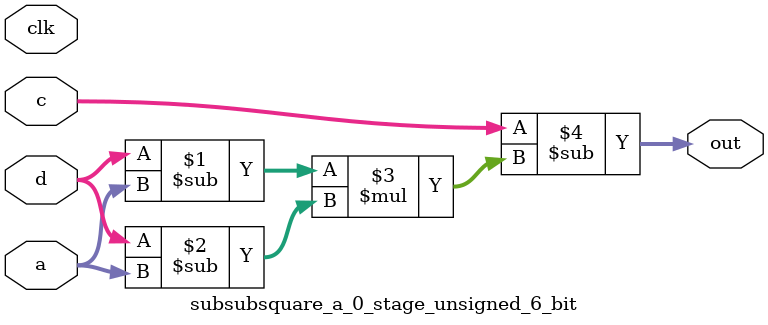
<source format=sv>
(* use_dsp = "yes" *) module subsubsquare_a_0_stage_unsigned_6_bit(
	input  [5:0] a,
	input  [5:0] c,
	input  [5:0] d,
	output [5:0] out,
	input clk);

	assign out = c - ((d - a) * (d - a));
endmodule

</source>
